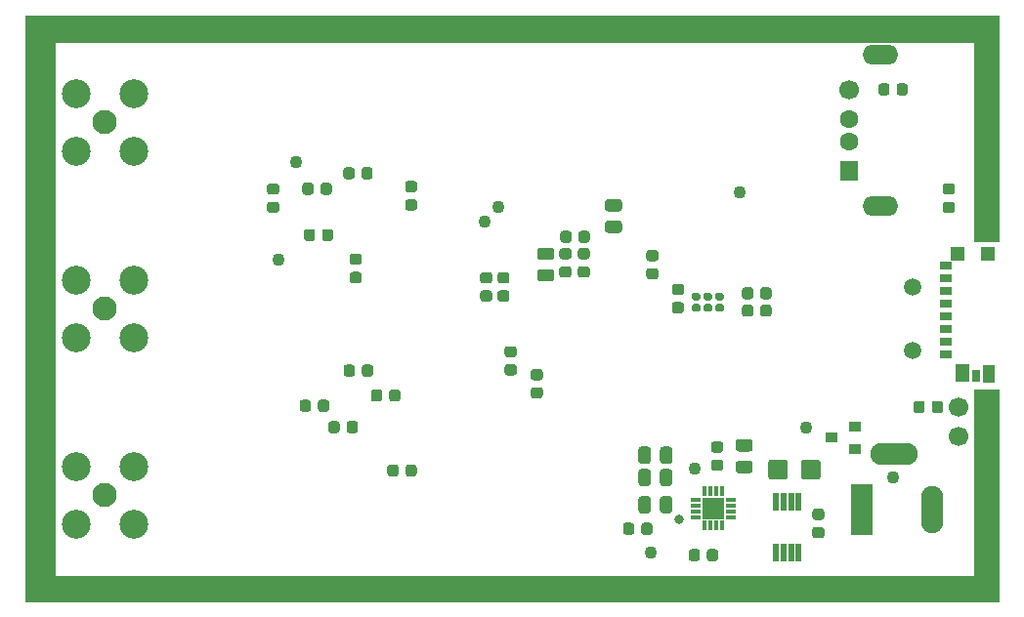
<source format=gbr>
G04 #@! TF.GenerationSoftware,KiCad,Pcbnew,(5.1.6)-1*
G04 #@! TF.CreationDate,2020-09-29T18:49:14+02:00*
G04 #@! TF.ProjectId,PrecisionTimer_RevG-1,50726563-6973-4696-9f6e-54696d65725f,rev?*
G04 #@! TF.SameCoordinates,Original*
G04 #@! TF.FileFunction,Soldermask,Bot*
G04 #@! TF.FilePolarity,Negative*
%FSLAX46Y46*%
G04 Gerber Fmt 4.6, Leading zero omitted, Abs format (unit mm)*
G04 Created by KiCad (PCBNEW (5.1.6)-1) date 2020-09-29 18:49:14*
%MOMM*%
%LPD*%
G01*
G04 APERTURE LIST*
%ADD10C,0.100000*%
%ADD11C,1.700000*%
%ADD12C,1.600000*%
%ADD13R,1.600000X1.700000*%
%ADD14O,3.100000X1.700000*%
%ADD15R,1.900000X4.500000*%
%ADD16O,1.900000X4.100000*%
%ADD17O,4.100000X1.900000*%
%ADD18C,1.500000*%
%ADD19C,0.800000*%
%ADD20R,1.100000X0.800000*%
%ADD21R,1.000000X1.500000*%
%ADD22R,0.800000X1.100000*%
%ADD23R,1.300000X1.550000*%
%ADD24R,1.300000X1.250000*%
%ADD25C,2.500000*%
%ADD26C,2.100000*%
%ADD27C,1.100000*%
%ADD28R,0.550000X1.500000*%
%ADD29R,1.000000X0.900000*%
%ADD30R,1.900000X1.900000*%
%ADD31R,0.850000X0.400000*%
%ADD32R,0.400000X0.850000*%
G04 APERTURE END LIST*
D10*
G36*
X173278800Y-71577200D02*
G01*
X171119800Y-71577200D01*
X171119800Y-54254400D01*
X91440000Y-54254400D01*
X91440000Y-102819200D01*
X88887300Y-102819200D01*
X88887300Y-51968400D01*
X173278800Y-51968400D01*
X173278800Y-71577200D01*
G37*
X173278800Y-71577200D02*
X171119800Y-71577200D01*
X171119800Y-54254400D01*
X91440000Y-54254400D01*
X91440000Y-102819200D01*
X88887300Y-102819200D01*
X88887300Y-51968400D01*
X173278800Y-51968400D01*
X173278800Y-71577200D01*
G36*
X173278800Y-102819200D02*
G01*
X91173300Y-102819200D01*
X91173300Y-100596700D01*
X171119800Y-100584000D01*
X171119800Y-84429600D01*
X173266100Y-84429600D01*
X173278800Y-102819200D01*
G37*
X173278800Y-102819200D02*
X91173300Y-102819200D01*
X91173300Y-100596700D01*
X171119800Y-100584000D01*
X171119800Y-84429600D01*
X173266100Y-84429600D01*
X173278800Y-102819200D01*
G36*
G01*
X167457400Y-86209450D02*
X167457400Y-85646950D01*
G75*
G02*
X167701150Y-85403200I243750J0D01*
G01*
X168188650Y-85403200D01*
G75*
G02*
X168432400Y-85646950I0J-243750D01*
G01*
X168432400Y-86209450D01*
G75*
G02*
X168188650Y-86453200I-243750J0D01*
G01*
X167701150Y-86453200D01*
G75*
G02*
X167457400Y-86209450I0J243750D01*
G01*
G37*
G36*
G01*
X165882400Y-86209450D02*
X165882400Y-85646950D01*
G75*
G02*
X166126150Y-85403200I243750J0D01*
G01*
X166613650Y-85403200D01*
G75*
G02*
X166857400Y-85646950I0J-243750D01*
G01*
X166857400Y-86209450D01*
G75*
G02*
X166613650Y-86453200I-243750J0D01*
G01*
X166126150Y-86453200D01*
G75*
G02*
X165882400Y-86209450I0J243750D01*
G01*
G37*
D11*
X160324800Y-58430400D03*
D12*
X160324800Y-60930400D03*
X160324800Y-62930400D03*
D13*
X160324800Y-65430400D03*
D14*
X163034800Y-55360400D03*
X163034800Y-68500400D03*
D15*
X161366200Y-94818200D03*
D16*
X167488400Y-94818200D03*
D17*
X164185600Y-90017600D03*
D18*
X165789800Y-80997400D03*
X165789800Y-75497400D03*
G36*
G01*
X145184550Y-76830200D02*
X145747050Y-76830200D01*
G75*
G02*
X145990800Y-77073950I0J-243750D01*
G01*
X145990800Y-77561450D01*
G75*
G02*
X145747050Y-77805200I-243750J0D01*
G01*
X145184550Y-77805200D01*
G75*
G02*
X144940800Y-77561450I0J243750D01*
G01*
X144940800Y-77073950D01*
G75*
G02*
X145184550Y-76830200I243750J0D01*
G01*
G37*
G36*
G01*
X145184550Y-75255200D02*
X145747050Y-75255200D01*
G75*
G02*
X145990800Y-75498950I0J-243750D01*
G01*
X145990800Y-75986450D01*
G75*
G02*
X145747050Y-76230200I-243750J0D01*
G01*
X145184550Y-76230200D01*
G75*
G02*
X144940800Y-75986450I0J243750D01*
G01*
X144940800Y-75498950D01*
G75*
G02*
X145184550Y-75255200I243750J0D01*
G01*
G37*
G36*
G01*
X151998400Y-75791750D02*
X151998400Y-76354250D01*
G75*
G02*
X151754650Y-76598000I-243750J0D01*
G01*
X151267150Y-76598000D01*
G75*
G02*
X151023400Y-76354250I0J243750D01*
G01*
X151023400Y-75791750D01*
G75*
G02*
X151267150Y-75548000I243750J0D01*
G01*
X151754650Y-75548000D01*
G75*
G02*
X151998400Y-75791750I0J-243750D01*
G01*
G37*
G36*
G01*
X153573400Y-75791750D02*
X153573400Y-76354250D01*
G75*
G02*
X153329650Y-76598000I-243750J0D01*
G01*
X152842150Y-76598000D01*
G75*
G02*
X152598400Y-76354250I0J243750D01*
G01*
X152598400Y-75791750D01*
G75*
G02*
X152842150Y-75548000I243750J0D01*
G01*
X153329650Y-75548000D01*
G75*
G02*
X153573400Y-75791750I0J-243750D01*
G01*
G37*
D19*
X145592800Y-95694500D03*
D20*
X168645200Y-73690200D03*
X168645200Y-74790200D03*
X168645200Y-75890200D03*
X168645200Y-76990200D03*
X168645200Y-78090200D03*
X168645200Y-79190200D03*
X168645200Y-80290200D03*
X168645200Y-81390200D03*
D21*
X172435200Y-83040200D03*
D22*
X171285200Y-83240200D03*
D23*
X170135200Y-83015200D03*
D24*
X172285200Y-72615200D03*
X169695200Y-72615200D03*
D11*
X169799000Y-85928200D03*
X169799000Y-88468200D03*
D25*
X98298000Y-63728600D03*
X93319600Y-63728600D03*
X93319600Y-58750200D03*
X98298000Y-58750200D03*
D26*
X95808800Y-61239400D03*
D25*
X98298000Y-79908400D03*
X93319600Y-79908400D03*
X93319600Y-74930000D03*
X98298000Y-74930000D03*
D26*
X95808800Y-77419200D03*
D25*
X98298000Y-96088200D03*
X93319600Y-96088200D03*
X93319600Y-91109800D03*
X98298000Y-91109800D03*
D26*
X95808800Y-93599000D03*
G36*
G01*
X120442000Y-85218850D02*
X120442000Y-84656350D01*
G75*
G02*
X120685750Y-84412600I243750J0D01*
G01*
X121173250Y-84412600D01*
G75*
G02*
X121417000Y-84656350I0J-243750D01*
G01*
X121417000Y-85218850D01*
G75*
G02*
X121173250Y-85462600I-243750J0D01*
G01*
X120685750Y-85462600D01*
G75*
G02*
X120442000Y-85218850I0J243750D01*
G01*
G37*
G36*
G01*
X118867000Y-85218850D02*
X118867000Y-84656350D01*
G75*
G02*
X119110750Y-84412600I243750J0D01*
G01*
X119598250Y-84412600D01*
G75*
G02*
X119842000Y-84656350I0J-243750D01*
G01*
X119842000Y-85218850D01*
G75*
G02*
X119598250Y-85462600I-243750J0D01*
G01*
X119110750Y-85462600D01*
G75*
G02*
X118867000Y-85218850I0J243750D01*
G01*
G37*
G36*
G01*
X142286000Y-96775850D02*
X142286000Y-96213350D01*
G75*
G02*
X142529750Y-95969600I243750J0D01*
G01*
X143017250Y-95969600D01*
G75*
G02*
X143261000Y-96213350I0J-243750D01*
G01*
X143261000Y-96775850D01*
G75*
G02*
X143017250Y-97019600I-243750J0D01*
G01*
X142529750Y-97019600D01*
G75*
G02*
X142286000Y-96775850I0J243750D01*
G01*
G37*
G36*
G01*
X140711000Y-96775850D02*
X140711000Y-96213350D01*
G75*
G02*
X140954750Y-95969600I243750J0D01*
G01*
X141442250Y-95969600D01*
G75*
G02*
X141686000Y-96213350I0J-243750D01*
G01*
X141686000Y-96775850D01*
G75*
G02*
X141442250Y-97019600I-243750J0D01*
G01*
X140954750Y-97019600D01*
G75*
G02*
X140711000Y-96775850I0J243750D01*
G01*
G37*
D27*
X150799800Y-67335400D03*
X112420400Y-64693800D03*
X129895600Y-68605400D03*
X128752600Y-69824600D03*
X110896400Y-73164700D03*
X156616400Y-87706200D03*
X164084000Y-91998800D03*
X143103600Y-98526600D03*
G36*
G01*
X110107150Y-68118000D02*
X110669650Y-68118000D01*
G75*
G02*
X110913400Y-68361750I0J-243750D01*
G01*
X110913400Y-68849250D01*
G75*
G02*
X110669650Y-69093000I-243750J0D01*
G01*
X110107150Y-69093000D01*
G75*
G02*
X109863400Y-68849250I0J243750D01*
G01*
X109863400Y-68361750D01*
G75*
G02*
X110107150Y-68118000I243750J0D01*
G01*
G37*
G36*
G01*
X110107150Y-66543000D02*
X110669650Y-66543000D01*
G75*
G02*
X110913400Y-66786750I0J-243750D01*
G01*
X110913400Y-67274250D01*
G75*
G02*
X110669650Y-67518000I-243750J0D01*
G01*
X110107150Y-67518000D01*
G75*
G02*
X109863400Y-67274250I0J243750D01*
G01*
X109863400Y-66786750D01*
G75*
G02*
X110107150Y-66543000I243750J0D01*
G01*
G37*
G36*
G01*
X130693850Y-82227700D02*
X131256350Y-82227700D01*
G75*
G02*
X131500100Y-82471450I0J-243750D01*
G01*
X131500100Y-82958950D01*
G75*
G02*
X131256350Y-83202700I-243750J0D01*
G01*
X130693850Y-83202700D01*
G75*
G02*
X130450100Y-82958950I0J243750D01*
G01*
X130450100Y-82471450D01*
G75*
G02*
X130693850Y-82227700I243750J0D01*
G01*
G37*
G36*
G01*
X130693850Y-80652700D02*
X131256350Y-80652700D01*
G75*
G02*
X131500100Y-80896450I0J-243750D01*
G01*
X131500100Y-81383950D01*
G75*
G02*
X131256350Y-81627700I-243750J0D01*
G01*
X130693850Y-81627700D01*
G75*
G02*
X130450100Y-81383950I0J243750D01*
G01*
X130450100Y-80896450D01*
G75*
G02*
X130693850Y-80652700I243750J0D01*
G01*
G37*
G36*
G01*
X132954450Y-84221600D02*
X133516950Y-84221600D01*
G75*
G02*
X133760700Y-84465350I0J-243750D01*
G01*
X133760700Y-84952850D01*
G75*
G02*
X133516950Y-85196600I-243750J0D01*
G01*
X132954450Y-85196600D01*
G75*
G02*
X132710700Y-84952850I0J243750D01*
G01*
X132710700Y-84465350D01*
G75*
G02*
X132954450Y-84221600I243750J0D01*
G01*
G37*
G36*
G01*
X132954450Y-82646600D02*
X133516950Y-82646600D01*
G75*
G02*
X133760700Y-82890350I0J-243750D01*
G01*
X133760700Y-83377850D01*
G75*
G02*
X133516950Y-83621600I-243750J0D01*
G01*
X132954450Y-83621600D01*
G75*
G02*
X132710700Y-83377850I0J243750D01*
G01*
X132710700Y-82890350D01*
G75*
G02*
X132954450Y-82646600I243750J0D01*
G01*
G37*
G36*
G01*
X113669800Y-85545350D02*
X113669800Y-86107850D01*
G75*
G02*
X113426050Y-86351600I-243750J0D01*
G01*
X112938550Y-86351600D01*
G75*
G02*
X112694800Y-86107850I0J243750D01*
G01*
X112694800Y-85545350D01*
G75*
G02*
X112938550Y-85301600I243750J0D01*
G01*
X113426050Y-85301600D01*
G75*
G02*
X113669800Y-85545350I0J-243750D01*
G01*
G37*
G36*
G01*
X115244800Y-85545350D02*
X115244800Y-86107850D01*
G75*
G02*
X115001050Y-86351600I-243750J0D01*
G01*
X114513550Y-86351600D01*
G75*
G02*
X114269800Y-86107850I0J243750D01*
G01*
X114269800Y-85545350D01*
G75*
G02*
X114513550Y-85301600I243750J0D01*
G01*
X115001050Y-85301600D01*
G75*
G02*
X115244800Y-85545350I0J-243750D01*
G01*
G37*
G36*
G01*
X121864400Y-91721250D02*
X121864400Y-91158750D01*
G75*
G02*
X122108150Y-90915000I243750J0D01*
G01*
X122595650Y-90915000D01*
G75*
G02*
X122839400Y-91158750I0J-243750D01*
G01*
X122839400Y-91721250D01*
G75*
G02*
X122595650Y-91965000I-243750J0D01*
G01*
X122108150Y-91965000D01*
G75*
G02*
X121864400Y-91721250I0J243750D01*
G01*
G37*
G36*
G01*
X120289400Y-91721250D02*
X120289400Y-91158750D01*
G75*
G02*
X120533150Y-90915000I243750J0D01*
G01*
X121020650Y-90915000D01*
G75*
G02*
X121264400Y-91158750I0J-243750D01*
G01*
X121264400Y-91721250D01*
G75*
G02*
X121020650Y-91965000I-243750J0D01*
G01*
X120533150Y-91965000D01*
G75*
G02*
X120289400Y-91721250I0J243750D01*
G01*
G37*
G36*
G01*
X117479800Y-82497350D02*
X117479800Y-83059850D01*
G75*
G02*
X117236050Y-83303600I-243750J0D01*
G01*
X116748550Y-83303600D01*
G75*
G02*
X116504800Y-83059850I0J243750D01*
G01*
X116504800Y-82497350D01*
G75*
G02*
X116748550Y-82253600I243750J0D01*
G01*
X117236050Y-82253600D01*
G75*
G02*
X117479800Y-82497350I0J-243750D01*
G01*
G37*
G36*
G01*
X119054800Y-82497350D02*
X119054800Y-83059850D01*
G75*
G02*
X118811050Y-83303600I-243750J0D01*
G01*
X118323550Y-83303600D01*
G75*
G02*
X118079800Y-83059850I0J243750D01*
G01*
X118079800Y-82497350D01*
G75*
G02*
X118323550Y-82253600I243750J0D01*
G01*
X118811050Y-82253600D01*
G75*
G02*
X119054800Y-82497350I0J-243750D01*
G01*
G37*
G36*
G01*
X116159000Y-87399550D02*
X116159000Y-87962050D01*
G75*
G02*
X115915250Y-88205800I-243750J0D01*
G01*
X115427750Y-88205800D01*
G75*
G02*
X115184000Y-87962050I0J243750D01*
G01*
X115184000Y-87399550D01*
G75*
G02*
X115427750Y-87155800I243750J0D01*
G01*
X115915250Y-87155800D01*
G75*
G02*
X116159000Y-87399550I0J-243750D01*
G01*
G37*
G36*
G01*
X117734000Y-87399550D02*
X117734000Y-87962050D01*
G75*
G02*
X117490250Y-88205800I-243750J0D01*
G01*
X117002750Y-88205800D01*
G75*
G02*
X116759000Y-87962050I0J243750D01*
G01*
X116759000Y-87399550D01*
G75*
G02*
X117002750Y-87155800I243750J0D01*
G01*
X117490250Y-87155800D01*
G75*
G02*
X117734000Y-87399550I0J-243750D01*
G01*
G37*
G36*
G01*
X134491650Y-73183800D02*
X133529150Y-73183800D01*
G75*
G02*
X133260400Y-72915050I0J268750D01*
G01*
X133260400Y-72377550D01*
G75*
G02*
X133529150Y-72108800I268750J0D01*
G01*
X134491650Y-72108800D01*
G75*
G02*
X134760400Y-72377550I0J-268750D01*
G01*
X134760400Y-72915050D01*
G75*
G02*
X134491650Y-73183800I-268750J0D01*
G01*
G37*
G36*
G01*
X134491650Y-75058800D02*
X133529150Y-75058800D01*
G75*
G02*
X133260400Y-74790050I0J268750D01*
G01*
X133260400Y-74252550D01*
G75*
G02*
X133529150Y-73983800I268750J0D01*
G01*
X134491650Y-73983800D01*
G75*
G02*
X134760400Y-74252550I0J-268750D01*
G01*
X134760400Y-74790050D01*
G75*
G02*
X134491650Y-75058800I-268750J0D01*
G01*
G37*
G36*
G01*
X135993450Y-73131400D02*
X135430950Y-73131400D01*
G75*
G02*
X135187200Y-72887650I0J243750D01*
G01*
X135187200Y-72400150D01*
G75*
G02*
X135430950Y-72156400I243750J0D01*
G01*
X135993450Y-72156400D01*
G75*
G02*
X136237200Y-72400150I0J-243750D01*
G01*
X136237200Y-72887650D01*
G75*
G02*
X135993450Y-73131400I-243750J0D01*
G01*
G37*
G36*
G01*
X135993450Y-74706400D02*
X135430950Y-74706400D01*
G75*
G02*
X135187200Y-74462650I0J243750D01*
G01*
X135187200Y-73975150D01*
G75*
G02*
X135430950Y-73731400I243750J0D01*
G01*
X135993450Y-73731400D01*
G75*
G02*
X136237200Y-73975150I0J-243750D01*
G01*
X136237200Y-74462650D01*
G75*
G02*
X135993450Y-74706400I-243750J0D01*
G01*
G37*
G36*
G01*
X136250400Y-70889550D02*
X136250400Y-71452050D01*
G75*
G02*
X136006650Y-71695800I-243750J0D01*
G01*
X135519150Y-71695800D01*
G75*
G02*
X135275400Y-71452050I0J243750D01*
G01*
X135275400Y-70889550D01*
G75*
G02*
X135519150Y-70645800I243750J0D01*
G01*
X136006650Y-70645800D01*
G75*
G02*
X136250400Y-70889550I0J-243750D01*
G01*
G37*
G36*
G01*
X137825400Y-70889550D02*
X137825400Y-71452050D01*
G75*
G02*
X137581650Y-71695800I-243750J0D01*
G01*
X137094150Y-71695800D01*
G75*
G02*
X136850400Y-71452050I0J243750D01*
G01*
X136850400Y-70889550D01*
G75*
G02*
X137094150Y-70645800I243750J0D01*
G01*
X137581650Y-70645800D01*
G75*
G02*
X137825400Y-70889550I0J-243750D01*
G01*
G37*
G36*
G01*
X142974750Y-73883800D02*
X143537250Y-73883800D01*
G75*
G02*
X143781000Y-74127550I0J-243750D01*
G01*
X143781000Y-74615050D01*
G75*
G02*
X143537250Y-74858800I-243750J0D01*
G01*
X142974750Y-74858800D01*
G75*
G02*
X142731000Y-74615050I0J243750D01*
G01*
X142731000Y-74127550D01*
G75*
G02*
X142974750Y-73883800I243750J0D01*
G01*
G37*
G36*
G01*
X142974750Y-72308800D02*
X143537250Y-72308800D01*
G75*
G02*
X143781000Y-72552550I0J-243750D01*
G01*
X143781000Y-73040050D01*
G75*
G02*
X143537250Y-73283800I-243750J0D01*
G01*
X142974750Y-73283800D01*
G75*
G02*
X142731000Y-73040050I0J243750D01*
G01*
X142731000Y-72552550D01*
G75*
G02*
X142974750Y-72308800I243750J0D01*
G01*
G37*
G36*
G01*
X140359050Y-68967400D02*
X139396550Y-68967400D01*
G75*
G02*
X139127800Y-68698650I0J268750D01*
G01*
X139127800Y-68161150D01*
G75*
G02*
X139396550Y-67892400I268750J0D01*
G01*
X140359050Y-67892400D01*
G75*
G02*
X140627800Y-68161150I0J-268750D01*
G01*
X140627800Y-68698650D01*
G75*
G02*
X140359050Y-68967400I-268750J0D01*
G01*
G37*
G36*
G01*
X140359050Y-70842400D02*
X139396550Y-70842400D01*
G75*
G02*
X139127800Y-70573650I0J268750D01*
G01*
X139127800Y-70036150D01*
G75*
G02*
X139396550Y-69767400I268750J0D01*
G01*
X140359050Y-69767400D01*
G75*
G02*
X140627800Y-70036150I0J-268750D01*
G01*
X140627800Y-70573650D01*
G75*
G02*
X140359050Y-70842400I-268750J0D01*
G01*
G37*
G36*
G01*
X129135450Y-75214200D02*
X128572950Y-75214200D01*
G75*
G02*
X128329200Y-74970450I0J243750D01*
G01*
X128329200Y-74482950D01*
G75*
G02*
X128572950Y-74239200I243750J0D01*
G01*
X129135450Y-74239200D01*
G75*
G02*
X129379200Y-74482950I0J-243750D01*
G01*
X129379200Y-74970450D01*
G75*
G02*
X129135450Y-75214200I-243750J0D01*
G01*
G37*
G36*
G01*
X129135450Y-76789200D02*
X128572950Y-76789200D01*
G75*
G02*
X128329200Y-76545450I0J243750D01*
G01*
X128329200Y-76057950D01*
G75*
G02*
X128572950Y-75814200I243750J0D01*
G01*
X129135450Y-75814200D01*
G75*
G02*
X129379200Y-76057950I0J-243750D01*
G01*
X129379200Y-76545450D01*
G75*
G02*
X129135450Y-76789200I-243750J0D01*
G01*
G37*
D28*
X155915000Y-94116800D03*
X155265000Y-94116800D03*
X154615000Y-94116800D03*
X153965000Y-94116800D03*
X153965000Y-98516800D03*
X154615000Y-98516800D03*
X155265000Y-98516800D03*
X155915000Y-98516800D03*
D29*
X158791400Y-88595200D03*
X160791400Y-89545200D03*
X160791400Y-87645200D03*
G36*
G01*
X137031150Y-73731400D02*
X137593650Y-73731400D01*
G75*
G02*
X137837400Y-73975150I0J-243750D01*
G01*
X137837400Y-74462650D01*
G75*
G02*
X137593650Y-74706400I-243750J0D01*
G01*
X137031150Y-74706400D01*
G75*
G02*
X136787400Y-74462650I0J243750D01*
G01*
X136787400Y-73975150D01*
G75*
G02*
X137031150Y-73731400I243750J0D01*
G01*
G37*
G36*
G01*
X137031150Y-72156400D02*
X137593650Y-72156400D01*
G75*
G02*
X137837400Y-72400150I0J-243750D01*
G01*
X137837400Y-72887650D01*
G75*
G02*
X137593650Y-73131400I-243750J0D01*
G01*
X137031150Y-73131400D01*
G75*
G02*
X136787400Y-72887650I0J243750D01*
G01*
X136787400Y-72400150D01*
G75*
G02*
X137031150Y-72156400I243750J0D01*
G01*
G37*
G36*
G01*
X157913650Y-95737400D02*
X157351150Y-95737400D01*
G75*
G02*
X157107400Y-95493650I0J243750D01*
G01*
X157107400Y-95006150D01*
G75*
G02*
X157351150Y-94762400I243750J0D01*
G01*
X157913650Y-94762400D01*
G75*
G02*
X158157400Y-95006150I0J-243750D01*
G01*
X158157400Y-95493650D01*
G75*
G02*
X157913650Y-95737400I-243750J0D01*
G01*
G37*
G36*
G01*
X157913650Y-97312400D02*
X157351150Y-97312400D01*
G75*
G02*
X157107400Y-97068650I0J243750D01*
G01*
X157107400Y-96581150D01*
G75*
G02*
X157351150Y-96337400I243750J0D01*
G01*
X157913650Y-96337400D01*
G75*
G02*
X158157400Y-96581150I0J-243750D01*
G01*
X158157400Y-97068650D01*
G75*
G02*
X157913650Y-97312400I-243750J0D01*
G01*
G37*
G36*
G01*
X151998400Y-77290350D02*
X151998400Y-77852850D01*
G75*
G02*
X151754650Y-78096600I-243750J0D01*
G01*
X151267150Y-78096600D01*
G75*
G02*
X151023400Y-77852850I0J243750D01*
G01*
X151023400Y-77290350D01*
G75*
G02*
X151267150Y-77046600I243750J0D01*
G01*
X151754650Y-77046600D01*
G75*
G02*
X151998400Y-77290350I0J-243750D01*
G01*
G37*
G36*
G01*
X153573400Y-77290350D02*
X153573400Y-77852850D01*
G75*
G02*
X153329650Y-78096600I-243750J0D01*
G01*
X152842150Y-78096600D01*
G75*
G02*
X152598400Y-77852850I0J243750D01*
G01*
X152598400Y-77290350D01*
G75*
G02*
X152842150Y-77046600I243750J0D01*
G01*
X153329650Y-77046600D01*
G75*
G02*
X153573400Y-77290350I0J-243750D01*
G01*
G37*
G36*
G01*
X156124600Y-91973175D02*
X156124600Y-90754425D01*
G75*
G02*
X156390225Y-90488800I265625J0D01*
G01*
X157558975Y-90488800D01*
G75*
G02*
X157824600Y-90754425I0J-265625D01*
G01*
X157824600Y-91973175D01*
G75*
G02*
X157558975Y-92238800I-265625J0D01*
G01*
X156390225Y-92238800D01*
G75*
G02*
X156124600Y-91973175I0J265625D01*
G01*
G37*
G36*
G01*
X153274600Y-91973175D02*
X153274600Y-90754425D01*
G75*
G02*
X153540225Y-90488800I265625J0D01*
G01*
X154708975Y-90488800D01*
G75*
G02*
X154974600Y-90754425I0J-265625D01*
G01*
X154974600Y-91973175D01*
G75*
G02*
X154708975Y-92238800I-265625J0D01*
G01*
X153540225Y-92238800D01*
G75*
G02*
X153274600Y-91973175I0J265625D01*
G01*
G37*
D27*
X146888200Y-91313000D03*
G36*
G01*
X130071550Y-75814100D02*
X130634050Y-75814100D01*
G75*
G02*
X130877800Y-76057850I0J-243750D01*
G01*
X130877800Y-76545350D01*
G75*
G02*
X130634050Y-76789100I-243750J0D01*
G01*
X130071550Y-76789100D01*
G75*
G02*
X129827800Y-76545350I0J243750D01*
G01*
X129827800Y-76057850D01*
G75*
G02*
X130071550Y-75814100I243750J0D01*
G01*
G37*
G36*
G01*
X130071550Y-74239100D02*
X130634050Y-74239100D01*
G75*
G02*
X130877800Y-74482850I0J-243750D01*
G01*
X130877800Y-74970350D01*
G75*
G02*
X130634050Y-75214100I-243750J0D01*
G01*
X130071550Y-75214100D01*
G75*
G02*
X129827800Y-74970350I0J243750D01*
G01*
X129827800Y-74482850D01*
G75*
G02*
X130071550Y-74239100I243750J0D01*
G01*
G37*
G36*
G01*
X114025400Y-70737150D02*
X114025400Y-71299650D01*
G75*
G02*
X113781650Y-71543400I-243750J0D01*
G01*
X113294150Y-71543400D01*
G75*
G02*
X113050400Y-71299650I0J243750D01*
G01*
X113050400Y-70737150D01*
G75*
G02*
X113294150Y-70493400I243750J0D01*
G01*
X113781650Y-70493400D01*
G75*
G02*
X114025400Y-70737150I0J-243750D01*
G01*
G37*
G36*
G01*
X115600400Y-70737150D02*
X115600400Y-71299650D01*
G75*
G02*
X115356650Y-71543400I-243750J0D01*
G01*
X114869150Y-71543400D01*
G75*
G02*
X114625400Y-71299650I0J243750D01*
G01*
X114625400Y-70737150D01*
G75*
G02*
X114869150Y-70493400I243750J0D01*
G01*
X115356650Y-70493400D01*
G75*
G02*
X115600400Y-70737150I0J-243750D01*
G01*
G37*
G36*
G01*
X122070550Y-67914800D02*
X122633050Y-67914800D01*
G75*
G02*
X122876800Y-68158550I0J-243750D01*
G01*
X122876800Y-68646050D01*
G75*
G02*
X122633050Y-68889800I-243750J0D01*
G01*
X122070550Y-68889800D01*
G75*
G02*
X121826800Y-68646050I0J243750D01*
G01*
X121826800Y-68158550D01*
G75*
G02*
X122070550Y-67914800I243750J0D01*
G01*
G37*
G36*
G01*
X122070550Y-66339800D02*
X122633050Y-66339800D01*
G75*
G02*
X122876800Y-66583550I0J-243750D01*
G01*
X122876800Y-67071050D01*
G75*
G02*
X122633050Y-67314800I-243750J0D01*
G01*
X122070550Y-67314800D01*
G75*
G02*
X121826800Y-67071050I0J243750D01*
G01*
X121826800Y-66583550D01*
G75*
G02*
X122070550Y-66339800I243750J0D01*
G01*
G37*
G36*
G01*
X151687450Y-89795400D02*
X150724950Y-89795400D01*
G75*
G02*
X150456200Y-89526650I0J268750D01*
G01*
X150456200Y-88989150D01*
G75*
G02*
X150724950Y-88720400I268750J0D01*
G01*
X151687450Y-88720400D01*
G75*
G02*
X151956200Y-88989150I0J-268750D01*
G01*
X151956200Y-89526650D01*
G75*
G02*
X151687450Y-89795400I-268750J0D01*
G01*
G37*
G36*
G01*
X151687450Y-91670400D02*
X150724950Y-91670400D01*
G75*
G02*
X150456200Y-91401650I0J268750D01*
G01*
X150456200Y-90864150D01*
G75*
G02*
X150724950Y-90595400I268750J0D01*
G01*
X151687450Y-90595400D01*
G75*
G02*
X151956200Y-90864150I0J-268750D01*
G01*
X151956200Y-91401650D01*
G75*
G02*
X151687450Y-91670400I-268750J0D01*
G01*
G37*
G36*
G01*
X146843100Y-76987700D02*
X147238100Y-76987700D01*
G75*
G02*
X147410600Y-77160200I0J-172500D01*
G01*
X147410600Y-77505200D01*
G75*
G02*
X147238100Y-77677700I-172500J0D01*
G01*
X146843100Y-77677700D01*
G75*
G02*
X146670600Y-77505200I0J172500D01*
G01*
X146670600Y-77160200D01*
G75*
G02*
X146843100Y-76987700I172500J0D01*
G01*
G37*
G36*
G01*
X146843100Y-76017700D02*
X147238100Y-76017700D01*
G75*
G02*
X147410600Y-76190200I0J-172500D01*
G01*
X147410600Y-76535200D01*
G75*
G02*
X147238100Y-76707700I-172500J0D01*
G01*
X146843100Y-76707700D01*
G75*
G02*
X146670600Y-76535200I0J172500D01*
G01*
X146670600Y-76190200D01*
G75*
G02*
X146843100Y-76017700I172500J0D01*
G01*
G37*
G36*
G01*
X148254100Y-76707700D02*
X147859100Y-76707700D01*
G75*
G02*
X147686600Y-76535200I0J172500D01*
G01*
X147686600Y-76190200D01*
G75*
G02*
X147859100Y-76017700I172500J0D01*
G01*
X148254100Y-76017700D01*
G75*
G02*
X148426600Y-76190200I0J-172500D01*
G01*
X148426600Y-76535200D01*
G75*
G02*
X148254100Y-76707700I-172500J0D01*
G01*
G37*
G36*
G01*
X148254100Y-77677700D02*
X147859100Y-77677700D01*
G75*
G02*
X147686600Y-77505200I0J172500D01*
G01*
X147686600Y-77160200D01*
G75*
G02*
X147859100Y-76987700I172500J0D01*
G01*
X148254100Y-76987700D01*
G75*
G02*
X148426600Y-77160200I0J-172500D01*
G01*
X148426600Y-77505200D01*
G75*
G02*
X148254100Y-77677700I-172500J0D01*
G01*
G37*
G36*
G01*
X148875100Y-76987700D02*
X149270100Y-76987700D01*
G75*
G02*
X149442600Y-77160200I0J-172500D01*
G01*
X149442600Y-77505200D01*
G75*
G02*
X149270100Y-77677700I-172500J0D01*
G01*
X148875100Y-77677700D01*
G75*
G02*
X148702600Y-77505200I0J172500D01*
G01*
X148702600Y-77160200D01*
G75*
G02*
X148875100Y-76987700I172500J0D01*
G01*
G37*
G36*
G01*
X148875100Y-76017700D02*
X149270100Y-76017700D01*
G75*
G02*
X149442600Y-76190200I0J-172500D01*
G01*
X149442600Y-76535200D01*
G75*
G02*
X149270100Y-76707700I-172500J0D01*
G01*
X148875100Y-76707700D01*
G75*
G02*
X148702600Y-76535200I0J172500D01*
G01*
X148702600Y-76190200D01*
G75*
G02*
X148875100Y-76017700I172500J0D01*
G01*
G37*
G36*
G01*
X169216650Y-67518000D02*
X168654150Y-67518000D01*
G75*
G02*
X168410400Y-67274250I0J243750D01*
G01*
X168410400Y-66786750D01*
G75*
G02*
X168654150Y-66543000I243750J0D01*
G01*
X169216650Y-66543000D01*
G75*
G02*
X169460400Y-66786750I0J-243750D01*
G01*
X169460400Y-67274250D01*
G75*
G02*
X169216650Y-67518000I-243750J0D01*
G01*
G37*
G36*
G01*
X169216650Y-69093000D02*
X168654150Y-69093000D01*
G75*
G02*
X168410400Y-68849250I0J243750D01*
G01*
X168410400Y-68361750D01*
G75*
G02*
X168654150Y-68118000I243750J0D01*
G01*
X169216650Y-68118000D01*
G75*
G02*
X169460400Y-68361750I0J-243750D01*
G01*
X169460400Y-68849250D01*
G75*
G02*
X169216650Y-69093000I-243750J0D01*
G01*
G37*
G36*
G01*
X164409400Y-58675850D02*
X164409400Y-58113350D01*
G75*
G02*
X164653150Y-57869600I243750J0D01*
G01*
X165140650Y-57869600D01*
G75*
G02*
X165384400Y-58113350I0J-243750D01*
G01*
X165384400Y-58675850D01*
G75*
G02*
X165140650Y-58919600I-243750J0D01*
G01*
X164653150Y-58919600D01*
G75*
G02*
X164409400Y-58675850I0J243750D01*
G01*
G37*
G36*
G01*
X162834400Y-58675850D02*
X162834400Y-58113350D01*
G75*
G02*
X163078150Y-57869600I243750J0D01*
G01*
X163565650Y-57869600D01*
G75*
G02*
X163809400Y-58113350I0J-243750D01*
G01*
X163809400Y-58675850D01*
G75*
G02*
X163565650Y-58919600I-243750J0D01*
G01*
X163078150Y-58919600D01*
G75*
G02*
X162834400Y-58675850I0J243750D01*
G01*
G37*
G36*
G01*
X143110000Y-93930550D02*
X143110000Y-94893050D01*
G75*
G02*
X142841250Y-95161800I-268750J0D01*
G01*
X142303750Y-95161800D01*
G75*
G02*
X142035000Y-94893050I0J268750D01*
G01*
X142035000Y-93930550D01*
G75*
G02*
X142303750Y-93661800I268750J0D01*
G01*
X142841250Y-93661800D01*
G75*
G02*
X143110000Y-93930550I0J-268750D01*
G01*
G37*
G36*
G01*
X144985000Y-93930550D02*
X144985000Y-94893050D01*
G75*
G02*
X144716250Y-95161800I-268750J0D01*
G01*
X144178750Y-95161800D01*
G75*
G02*
X143910000Y-94893050I0J268750D01*
G01*
X143910000Y-93930550D01*
G75*
G02*
X144178750Y-93661800I268750J0D01*
G01*
X144716250Y-93661800D01*
G75*
G02*
X144985000Y-93930550I0J-268750D01*
G01*
G37*
G36*
G01*
X147375600Y-98499350D02*
X147375600Y-99061850D01*
G75*
G02*
X147131850Y-99305600I-243750J0D01*
G01*
X146644350Y-99305600D01*
G75*
G02*
X146400600Y-99061850I0J243750D01*
G01*
X146400600Y-98499350D01*
G75*
G02*
X146644350Y-98255600I243750J0D01*
G01*
X147131850Y-98255600D01*
G75*
G02*
X147375600Y-98499350I0J-243750D01*
G01*
G37*
G36*
G01*
X148950600Y-98499350D02*
X148950600Y-99061850D01*
G75*
G02*
X148706850Y-99305600I-243750J0D01*
G01*
X148219350Y-99305600D01*
G75*
G02*
X147975600Y-99061850I0J243750D01*
G01*
X147975600Y-98499350D01*
G75*
G02*
X148219350Y-98255600I243750J0D01*
G01*
X148706850Y-98255600D01*
G75*
G02*
X148950600Y-98499350I0J-243750D01*
G01*
G37*
D30*
X148513800Y-94716600D03*
D31*
X147013800Y-93966600D03*
X147013800Y-94466600D03*
X147013800Y-94966600D03*
X147013800Y-95466600D03*
D32*
X147763800Y-96216600D03*
X148263800Y-96216600D03*
X148763800Y-96216600D03*
X149263800Y-96216600D03*
D31*
X150013800Y-95466600D03*
X150013800Y-94966600D03*
X150013800Y-94466600D03*
X150013800Y-93966600D03*
D32*
X149263800Y-93216600D03*
X148763800Y-93216600D03*
X148263800Y-93216600D03*
X147763800Y-93216600D03*
G36*
G01*
X148588150Y-90495400D02*
X149150650Y-90495400D01*
G75*
G02*
X149394400Y-90739150I0J-243750D01*
G01*
X149394400Y-91226650D01*
G75*
G02*
X149150650Y-91470400I-243750J0D01*
G01*
X148588150Y-91470400D01*
G75*
G02*
X148344400Y-91226650I0J243750D01*
G01*
X148344400Y-90739150D01*
G75*
G02*
X148588150Y-90495400I243750J0D01*
G01*
G37*
G36*
G01*
X148588150Y-88920400D02*
X149150650Y-88920400D01*
G75*
G02*
X149394400Y-89164150I0J-243750D01*
G01*
X149394400Y-89651650D01*
G75*
G02*
X149150650Y-89895400I-243750J0D01*
G01*
X148588150Y-89895400D01*
G75*
G02*
X148344400Y-89651650I0J243750D01*
G01*
X148344400Y-89164150D01*
G75*
G02*
X148588150Y-88920400I243750J0D01*
G01*
G37*
G36*
G01*
X143912300Y-92530850D02*
X143912300Y-91568350D01*
G75*
G02*
X144181050Y-91299600I268750J0D01*
G01*
X144718550Y-91299600D01*
G75*
G02*
X144987300Y-91568350I0J-268750D01*
G01*
X144987300Y-92530850D01*
G75*
G02*
X144718550Y-92799600I-268750J0D01*
G01*
X144181050Y-92799600D01*
G75*
G02*
X143912300Y-92530850I0J268750D01*
G01*
G37*
G36*
G01*
X142037300Y-92530850D02*
X142037300Y-91568350D01*
G75*
G02*
X142306050Y-91299600I268750J0D01*
G01*
X142843550Y-91299600D01*
G75*
G02*
X143112300Y-91568350I0J-268750D01*
G01*
X143112300Y-92530850D01*
G75*
G02*
X142843550Y-92799600I-268750J0D01*
G01*
X142306050Y-92799600D01*
G75*
G02*
X142037300Y-92530850I0J268750D01*
G01*
G37*
G36*
G01*
X143912300Y-90600450D02*
X143912300Y-89637950D01*
G75*
G02*
X144181050Y-89369200I268750J0D01*
G01*
X144718550Y-89369200D01*
G75*
G02*
X144987300Y-89637950I0J-268750D01*
G01*
X144987300Y-90600450D01*
G75*
G02*
X144718550Y-90869200I-268750J0D01*
G01*
X144181050Y-90869200D01*
G75*
G02*
X143912300Y-90600450I0J268750D01*
G01*
G37*
G36*
G01*
X142037300Y-90600450D02*
X142037300Y-89637950D01*
G75*
G02*
X142306050Y-89369200I268750J0D01*
G01*
X142843550Y-89369200D01*
G75*
G02*
X143112300Y-89637950I0J-268750D01*
G01*
X143112300Y-90600450D01*
G75*
G02*
X142843550Y-90869200I-268750J0D01*
G01*
X142306050Y-90869200D01*
G75*
G02*
X142037300Y-90600450I0J268750D01*
G01*
G37*
G36*
G01*
X114498400Y-67286450D02*
X114498400Y-66723950D01*
G75*
G02*
X114742150Y-66480200I243750J0D01*
G01*
X115229650Y-66480200D01*
G75*
G02*
X115473400Y-66723950I0J-243750D01*
G01*
X115473400Y-67286450D01*
G75*
G02*
X115229650Y-67530200I-243750J0D01*
G01*
X114742150Y-67530200D01*
G75*
G02*
X114498400Y-67286450I0J243750D01*
G01*
G37*
G36*
G01*
X112923400Y-67286450D02*
X112923400Y-66723950D01*
G75*
G02*
X113167150Y-66480200I243750J0D01*
G01*
X113654650Y-66480200D01*
G75*
G02*
X113898400Y-66723950I0J-243750D01*
G01*
X113898400Y-67286450D01*
G75*
G02*
X113654650Y-67530200I-243750J0D01*
G01*
X113167150Y-67530200D01*
G75*
G02*
X112923400Y-67286450I0J243750D01*
G01*
G37*
G36*
G01*
X117257250Y-74213900D02*
X117819750Y-74213900D01*
G75*
G02*
X118063500Y-74457650I0J-243750D01*
G01*
X118063500Y-74945150D01*
G75*
G02*
X117819750Y-75188900I-243750J0D01*
G01*
X117257250Y-75188900D01*
G75*
G02*
X117013500Y-74945150I0J243750D01*
G01*
X117013500Y-74457650D01*
G75*
G02*
X117257250Y-74213900I243750J0D01*
G01*
G37*
G36*
G01*
X117257250Y-72638900D02*
X117819750Y-72638900D01*
G75*
G02*
X118063500Y-72882650I0J-243750D01*
G01*
X118063500Y-73370150D01*
G75*
G02*
X117819750Y-73613900I-243750J0D01*
G01*
X117257250Y-73613900D01*
G75*
G02*
X117013500Y-73370150I0J243750D01*
G01*
X117013500Y-72882650D01*
G75*
G02*
X117257250Y-72638900I243750J0D01*
G01*
G37*
G36*
G01*
X118041700Y-65940250D02*
X118041700Y-65377750D01*
G75*
G02*
X118285450Y-65134000I243750J0D01*
G01*
X118772950Y-65134000D01*
G75*
G02*
X119016700Y-65377750I0J-243750D01*
G01*
X119016700Y-65940250D01*
G75*
G02*
X118772950Y-66184000I-243750J0D01*
G01*
X118285450Y-66184000D01*
G75*
G02*
X118041700Y-65940250I0J243750D01*
G01*
G37*
G36*
G01*
X116466700Y-65940250D02*
X116466700Y-65377750D01*
G75*
G02*
X116710450Y-65134000I243750J0D01*
G01*
X117197950Y-65134000D01*
G75*
G02*
X117441700Y-65377750I0J-243750D01*
G01*
X117441700Y-65940250D01*
G75*
G02*
X117197950Y-66184000I-243750J0D01*
G01*
X116710450Y-66184000D01*
G75*
G02*
X116466700Y-65940250I0J243750D01*
G01*
G37*
M02*

</source>
